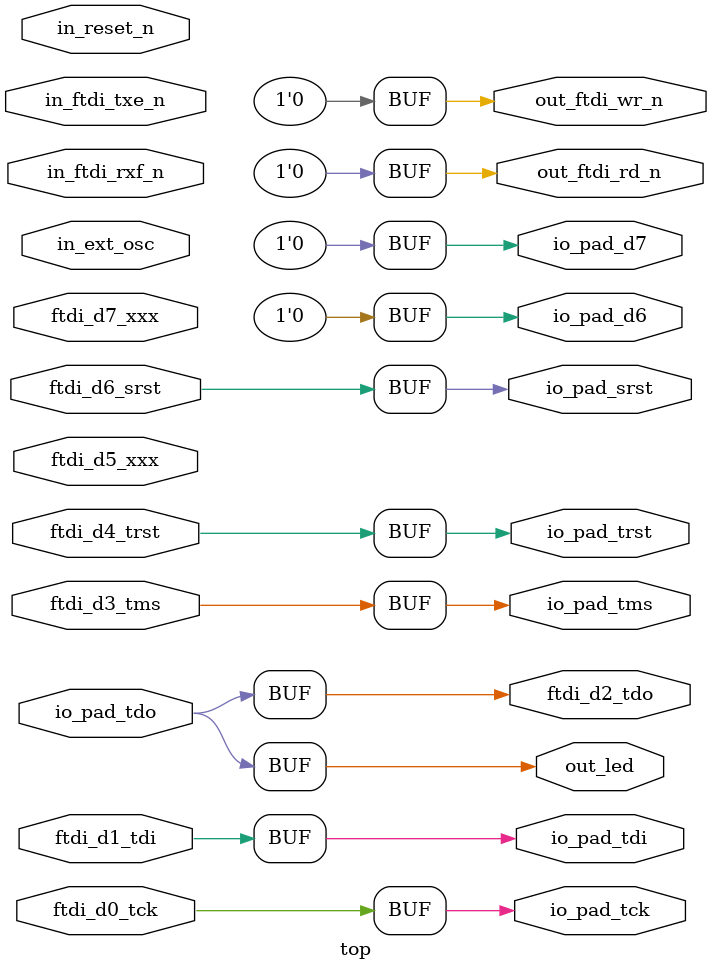
<source format=v>
/**
 * Project: USB-BITBANG FPGA interface  
 * Author:  Marco Vedovati 
 * Date:
 * File:
 *
 */

`timescale 1ns / 1ps

module top #(parameter TOP_BB_IO_NUM_OF = 8)
   (input in_ext_osc,
    input in_reset_n,
    output out_led,
    
    input   ftdi_d0_tck,
    input   ftdi_d1_tdi,
    output  ftdi_d2_tdo,
    input   ftdi_d3_tms,
    input   ftdi_d4_trst,
    input   ftdi_d5_xxx,
    input   ftdi_d6_srst,
    input   ftdi_d7_xxx,
    
    input in_ftdi_rxf_n,
    input in_ftdi_txe_n,
    output out_ftdi_wr_n,
    output out_ftdi_rd_n,

    output io_pad_tdi,
    output io_pad_tms,
    output io_pad_tck,
    output io_pad_trst,
    output io_pad_srst,
    input  io_pad_tdo,
    output io_pad_d6,
    output io_pad_d7);
               
    // Instantiation of clockgen
    clockgen clkgen (
        .CLKIN_IN        (in_ext_osc), 
        .RST_IN          (in_reset_p), 
        .CLK0_OUT        (clk_top_main) 
        );

    assign io_pad_tdi = ftdi_d1_tdi;
    assign io_pad_tms = ftdi_d3_tms;
    assign io_pad_tck = ftdi_d0_tck;
    assign io_pad_trst = ftdi_d4_trst;
    assign io_pad_srst = ftdi_d6_srst;
    
    assign ftdi_d2_tdo = io_pad_tdo;

    assign io_pad_d6 = 'b0;
    assign io_pad_d7 = 'b0;
    assign out_ftdi_wr_n = 'b0;
    assign out_ftdi_rd_n = 'b0;
    assign out_led   = io_pad_tdo;
endmodule

</source>
